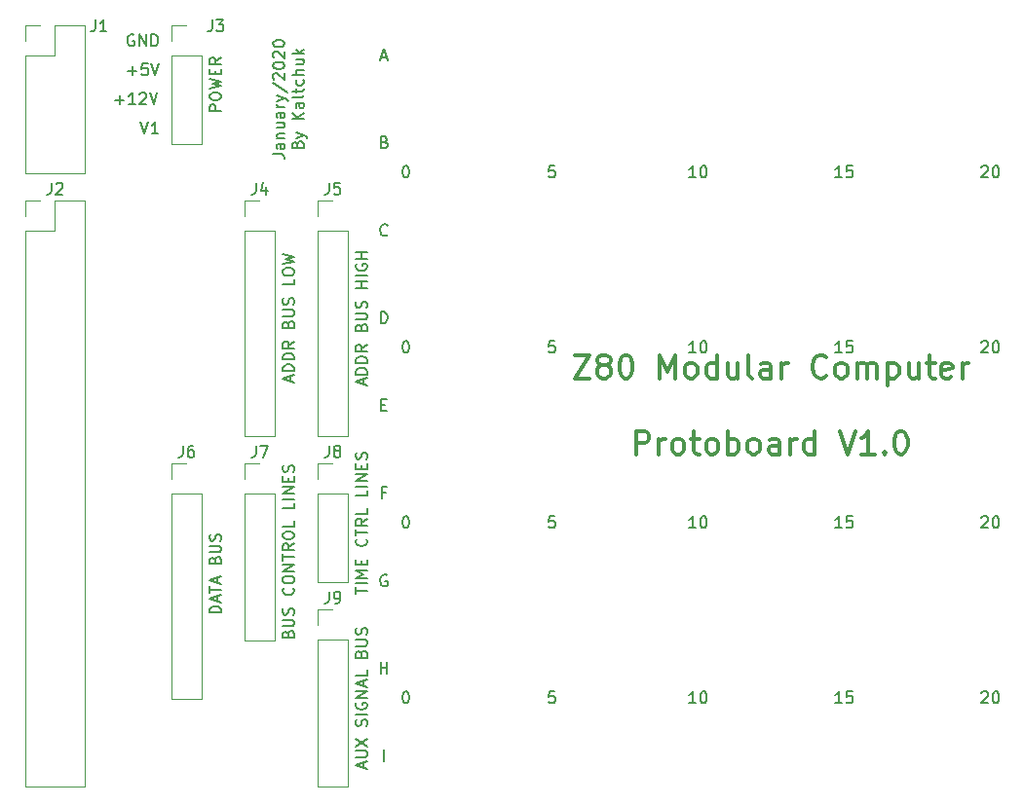
<source format=gbr>
G04 #@! TF.GenerationSoftware,KiCad,Pcbnew,(5.1.4)-1*
G04 #@! TF.CreationDate,2020-01-29T19:18:42+02:00*
G04 #@! TF.ProjectId,Protoboard,50726f74-6f62-46f6-9172-642e6b696361,rev?*
G04 #@! TF.SameCoordinates,Original*
G04 #@! TF.FileFunction,Legend,Top*
G04 #@! TF.FilePolarity,Positive*
%FSLAX46Y46*%
G04 Gerber Fmt 4.6, Leading zero omitted, Abs format (unit mm)*
G04 Created by KiCad (PCBNEW (5.1.4)-1) date 2020-01-29 19:18:42*
%MOMM*%
%LPD*%
G04 APERTURE LIST*
%ADD10C,0.150000*%
%ADD11C,0.300000*%
%ADD12C,0.120000*%
G04 APERTURE END LIST*
D10*
X83010476Y-82002380D02*
X83343809Y-83002380D01*
X83677142Y-82002380D01*
X84534285Y-83002380D02*
X83962857Y-83002380D01*
X84248571Y-83002380D02*
X84248571Y-82002380D01*
X84153333Y-82145238D01*
X84058095Y-82240476D01*
X83962857Y-82288095D01*
X80788095Y-80081428D02*
X81550000Y-80081428D01*
X81169047Y-80462380D02*
X81169047Y-79700476D01*
X82550000Y-80462380D02*
X81978571Y-80462380D01*
X82264285Y-80462380D02*
X82264285Y-79462380D01*
X82169047Y-79605238D01*
X82073809Y-79700476D01*
X81978571Y-79748095D01*
X82930952Y-79557619D02*
X82978571Y-79510000D01*
X83073809Y-79462380D01*
X83311904Y-79462380D01*
X83407142Y-79510000D01*
X83454761Y-79557619D01*
X83502380Y-79652857D01*
X83502380Y-79748095D01*
X83454761Y-79890952D01*
X82883333Y-80462380D01*
X83502380Y-80462380D01*
X83788095Y-79462380D02*
X84121428Y-80462380D01*
X84454761Y-79462380D01*
X81899285Y-77541428D02*
X82661190Y-77541428D01*
X82280238Y-77922380D02*
X82280238Y-77160476D01*
X83613571Y-76922380D02*
X83137380Y-76922380D01*
X83089761Y-77398571D01*
X83137380Y-77350952D01*
X83232619Y-77303333D01*
X83470714Y-77303333D01*
X83565952Y-77350952D01*
X83613571Y-77398571D01*
X83661190Y-77493809D01*
X83661190Y-77731904D01*
X83613571Y-77827142D01*
X83565952Y-77874761D01*
X83470714Y-77922380D01*
X83232619Y-77922380D01*
X83137380Y-77874761D01*
X83089761Y-77827142D01*
X83946904Y-76922380D02*
X84280238Y-77922380D01*
X84613571Y-76922380D01*
X82423095Y-74430000D02*
X82327857Y-74382380D01*
X82185000Y-74382380D01*
X82042142Y-74430000D01*
X81946904Y-74525238D01*
X81899285Y-74620476D01*
X81851666Y-74810952D01*
X81851666Y-74953809D01*
X81899285Y-75144285D01*
X81946904Y-75239523D01*
X82042142Y-75334761D01*
X82185000Y-75382380D01*
X82280238Y-75382380D01*
X82423095Y-75334761D01*
X82470714Y-75287142D01*
X82470714Y-74953809D01*
X82280238Y-74953809D01*
X82899285Y-75382380D02*
X82899285Y-74382380D01*
X83470714Y-75382380D01*
X83470714Y-74382380D01*
X83946904Y-75382380D02*
X83946904Y-74382380D01*
X84185000Y-74382380D01*
X84327857Y-74430000D01*
X84423095Y-74525238D01*
X84470714Y-74620476D01*
X84518333Y-74810952D01*
X84518333Y-74953809D01*
X84470714Y-75144285D01*
X84423095Y-75239523D01*
X84327857Y-75334761D01*
X84185000Y-75382380D01*
X83946904Y-75382380D01*
D11*
X120699761Y-102284761D02*
X122033095Y-102284761D01*
X120699761Y-104284761D01*
X122033095Y-104284761D01*
X123080714Y-103141904D02*
X122890238Y-103046666D01*
X122795000Y-102951428D01*
X122699761Y-102760952D01*
X122699761Y-102665714D01*
X122795000Y-102475238D01*
X122890238Y-102380000D01*
X123080714Y-102284761D01*
X123461666Y-102284761D01*
X123652142Y-102380000D01*
X123747380Y-102475238D01*
X123842619Y-102665714D01*
X123842619Y-102760952D01*
X123747380Y-102951428D01*
X123652142Y-103046666D01*
X123461666Y-103141904D01*
X123080714Y-103141904D01*
X122890238Y-103237142D01*
X122795000Y-103332380D01*
X122699761Y-103522857D01*
X122699761Y-103903809D01*
X122795000Y-104094285D01*
X122890238Y-104189523D01*
X123080714Y-104284761D01*
X123461666Y-104284761D01*
X123652142Y-104189523D01*
X123747380Y-104094285D01*
X123842619Y-103903809D01*
X123842619Y-103522857D01*
X123747380Y-103332380D01*
X123652142Y-103237142D01*
X123461666Y-103141904D01*
X125080714Y-102284761D02*
X125271190Y-102284761D01*
X125461666Y-102380000D01*
X125556904Y-102475238D01*
X125652142Y-102665714D01*
X125747380Y-103046666D01*
X125747380Y-103522857D01*
X125652142Y-103903809D01*
X125556904Y-104094285D01*
X125461666Y-104189523D01*
X125271190Y-104284761D01*
X125080714Y-104284761D01*
X124890238Y-104189523D01*
X124795000Y-104094285D01*
X124699761Y-103903809D01*
X124604523Y-103522857D01*
X124604523Y-103046666D01*
X124699761Y-102665714D01*
X124795000Y-102475238D01*
X124890238Y-102380000D01*
X125080714Y-102284761D01*
X128128333Y-104284761D02*
X128128333Y-102284761D01*
X128794999Y-103713333D01*
X129461666Y-102284761D01*
X129461666Y-104284761D01*
X130699761Y-104284761D02*
X130509285Y-104189523D01*
X130414047Y-104094285D01*
X130318809Y-103903809D01*
X130318809Y-103332380D01*
X130414047Y-103141904D01*
X130509285Y-103046666D01*
X130699761Y-102951428D01*
X130985476Y-102951428D01*
X131175952Y-103046666D01*
X131271190Y-103141904D01*
X131366428Y-103332380D01*
X131366428Y-103903809D01*
X131271190Y-104094285D01*
X131175952Y-104189523D01*
X130985476Y-104284761D01*
X130699761Y-104284761D01*
X133080714Y-104284761D02*
X133080714Y-102284761D01*
X133080714Y-104189523D02*
X132890238Y-104284761D01*
X132509285Y-104284761D01*
X132318809Y-104189523D01*
X132223571Y-104094285D01*
X132128333Y-103903809D01*
X132128333Y-103332380D01*
X132223571Y-103141904D01*
X132318809Y-103046666D01*
X132509285Y-102951428D01*
X132890238Y-102951428D01*
X133080714Y-103046666D01*
X134890238Y-102951428D02*
X134890238Y-104284761D01*
X134033095Y-102951428D02*
X134033095Y-103999047D01*
X134128333Y-104189523D01*
X134318809Y-104284761D01*
X134604523Y-104284761D01*
X134795000Y-104189523D01*
X134890238Y-104094285D01*
X136128333Y-104284761D02*
X135937857Y-104189523D01*
X135842619Y-103999047D01*
X135842619Y-102284761D01*
X137747380Y-104284761D02*
X137747380Y-103237142D01*
X137652142Y-103046666D01*
X137461666Y-102951428D01*
X137080714Y-102951428D01*
X136890238Y-103046666D01*
X137747380Y-104189523D02*
X137556904Y-104284761D01*
X137080714Y-104284761D01*
X136890238Y-104189523D01*
X136795000Y-103999047D01*
X136795000Y-103808571D01*
X136890238Y-103618095D01*
X137080714Y-103522857D01*
X137556904Y-103522857D01*
X137747380Y-103427619D01*
X138699761Y-104284761D02*
X138699761Y-102951428D01*
X138699761Y-103332380D02*
X138795000Y-103141904D01*
X138890238Y-103046666D01*
X139080714Y-102951428D01*
X139271190Y-102951428D01*
X142604523Y-104094285D02*
X142509285Y-104189523D01*
X142223571Y-104284761D01*
X142033095Y-104284761D01*
X141747380Y-104189523D01*
X141556904Y-103999047D01*
X141461666Y-103808571D01*
X141366428Y-103427619D01*
X141366428Y-103141904D01*
X141461666Y-102760952D01*
X141556904Y-102570476D01*
X141747380Y-102380000D01*
X142033095Y-102284761D01*
X142223571Y-102284761D01*
X142509285Y-102380000D01*
X142604523Y-102475238D01*
X143747380Y-104284761D02*
X143556904Y-104189523D01*
X143461666Y-104094285D01*
X143366428Y-103903809D01*
X143366428Y-103332380D01*
X143461666Y-103141904D01*
X143556904Y-103046666D01*
X143747380Y-102951428D01*
X144033095Y-102951428D01*
X144223571Y-103046666D01*
X144318809Y-103141904D01*
X144414047Y-103332380D01*
X144414047Y-103903809D01*
X144318809Y-104094285D01*
X144223571Y-104189523D01*
X144033095Y-104284761D01*
X143747380Y-104284761D01*
X145271190Y-104284761D02*
X145271190Y-102951428D01*
X145271190Y-103141904D02*
X145366428Y-103046666D01*
X145556904Y-102951428D01*
X145842619Y-102951428D01*
X146033095Y-103046666D01*
X146128333Y-103237142D01*
X146128333Y-104284761D01*
X146128333Y-103237142D02*
X146223571Y-103046666D01*
X146414047Y-102951428D01*
X146699761Y-102951428D01*
X146890238Y-103046666D01*
X146985476Y-103237142D01*
X146985476Y-104284761D01*
X147937857Y-102951428D02*
X147937857Y-104951428D01*
X147937857Y-103046666D02*
X148128333Y-102951428D01*
X148509285Y-102951428D01*
X148699761Y-103046666D01*
X148795000Y-103141904D01*
X148890238Y-103332380D01*
X148890238Y-103903809D01*
X148795000Y-104094285D01*
X148699761Y-104189523D01*
X148509285Y-104284761D01*
X148128333Y-104284761D01*
X147937857Y-104189523D01*
X150604523Y-102951428D02*
X150604523Y-104284761D01*
X149747380Y-102951428D02*
X149747380Y-103999047D01*
X149842619Y-104189523D01*
X150033095Y-104284761D01*
X150318809Y-104284761D01*
X150509285Y-104189523D01*
X150604523Y-104094285D01*
X151271190Y-102951428D02*
X152033095Y-102951428D01*
X151556904Y-102284761D02*
X151556904Y-103999047D01*
X151652142Y-104189523D01*
X151842619Y-104284761D01*
X152033095Y-104284761D01*
X153461666Y-104189523D02*
X153271190Y-104284761D01*
X152890238Y-104284761D01*
X152699761Y-104189523D01*
X152604523Y-103999047D01*
X152604523Y-103237142D01*
X152699761Y-103046666D01*
X152890238Y-102951428D01*
X153271190Y-102951428D01*
X153461666Y-103046666D01*
X153556904Y-103237142D01*
X153556904Y-103427619D01*
X152604523Y-103618095D01*
X154414047Y-104284761D02*
X154414047Y-102951428D01*
X154414047Y-103332380D02*
X154509285Y-103141904D01*
X154604523Y-103046666D01*
X154795000Y-102951428D01*
X154985476Y-102951428D01*
X126033095Y-110884761D02*
X126033095Y-108884761D01*
X126795000Y-108884761D01*
X126985476Y-108980000D01*
X127080714Y-109075238D01*
X127175952Y-109265714D01*
X127175952Y-109551428D01*
X127080714Y-109741904D01*
X126985476Y-109837142D01*
X126795000Y-109932380D01*
X126033095Y-109932380D01*
X128033095Y-110884761D02*
X128033095Y-109551428D01*
X128033095Y-109932380D02*
X128128333Y-109741904D01*
X128223571Y-109646666D01*
X128414047Y-109551428D01*
X128604523Y-109551428D01*
X129556904Y-110884761D02*
X129366428Y-110789523D01*
X129271190Y-110694285D01*
X129175952Y-110503809D01*
X129175952Y-109932380D01*
X129271190Y-109741904D01*
X129366428Y-109646666D01*
X129556904Y-109551428D01*
X129842619Y-109551428D01*
X130033095Y-109646666D01*
X130128333Y-109741904D01*
X130223571Y-109932380D01*
X130223571Y-110503809D01*
X130128333Y-110694285D01*
X130033095Y-110789523D01*
X129842619Y-110884761D01*
X129556904Y-110884761D01*
X130795000Y-109551428D02*
X131556904Y-109551428D01*
X131080714Y-108884761D02*
X131080714Y-110599047D01*
X131175952Y-110789523D01*
X131366428Y-110884761D01*
X131556904Y-110884761D01*
X132509285Y-110884761D02*
X132318809Y-110789523D01*
X132223571Y-110694285D01*
X132128333Y-110503809D01*
X132128333Y-109932380D01*
X132223571Y-109741904D01*
X132318809Y-109646666D01*
X132509285Y-109551428D01*
X132795000Y-109551428D01*
X132985476Y-109646666D01*
X133080714Y-109741904D01*
X133175952Y-109932380D01*
X133175952Y-110503809D01*
X133080714Y-110694285D01*
X132985476Y-110789523D01*
X132795000Y-110884761D01*
X132509285Y-110884761D01*
X134033095Y-110884761D02*
X134033095Y-108884761D01*
X134033095Y-109646666D02*
X134223571Y-109551428D01*
X134604523Y-109551428D01*
X134795000Y-109646666D01*
X134890238Y-109741904D01*
X134985476Y-109932380D01*
X134985476Y-110503809D01*
X134890238Y-110694285D01*
X134795000Y-110789523D01*
X134604523Y-110884761D01*
X134223571Y-110884761D01*
X134033095Y-110789523D01*
X136128333Y-110884761D02*
X135937857Y-110789523D01*
X135842619Y-110694285D01*
X135747380Y-110503809D01*
X135747380Y-109932380D01*
X135842619Y-109741904D01*
X135937857Y-109646666D01*
X136128333Y-109551428D01*
X136414047Y-109551428D01*
X136604523Y-109646666D01*
X136699761Y-109741904D01*
X136795000Y-109932380D01*
X136795000Y-110503809D01*
X136699761Y-110694285D01*
X136604523Y-110789523D01*
X136414047Y-110884761D01*
X136128333Y-110884761D01*
X138509285Y-110884761D02*
X138509285Y-109837142D01*
X138414047Y-109646666D01*
X138223571Y-109551428D01*
X137842619Y-109551428D01*
X137652142Y-109646666D01*
X138509285Y-110789523D02*
X138318809Y-110884761D01*
X137842619Y-110884761D01*
X137652142Y-110789523D01*
X137556904Y-110599047D01*
X137556904Y-110408571D01*
X137652142Y-110218095D01*
X137842619Y-110122857D01*
X138318809Y-110122857D01*
X138509285Y-110027619D01*
X139461666Y-110884761D02*
X139461666Y-109551428D01*
X139461666Y-109932380D02*
X139556904Y-109741904D01*
X139652142Y-109646666D01*
X139842619Y-109551428D01*
X140033095Y-109551428D01*
X141556904Y-110884761D02*
X141556904Y-108884761D01*
X141556904Y-110789523D02*
X141366428Y-110884761D01*
X140985476Y-110884761D01*
X140795000Y-110789523D01*
X140699761Y-110694285D01*
X140604523Y-110503809D01*
X140604523Y-109932380D01*
X140699761Y-109741904D01*
X140795000Y-109646666D01*
X140985476Y-109551428D01*
X141366428Y-109551428D01*
X141556904Y-109646666D01*
X143747380Y-108884761D02*
X144414047Y-110884761D01*
X145080714Y-108884761D01*
X146795000Y-110884761D02*
X145652142Y-110884761D01*
X146223571Y-110884761D02*
X146223571Y-108884761D01*
X146033095Y-109170476D01*
X145842619Y-109360952D01*
X145652142Y-109456190D01*
X147652142Y-110694285D02*
X147747380Y-110789523D01*
X147652142Y-110884761D01*
X147556904Y-110789523D01*
X147652142Y-110694285D01*
X147652142Y-110884761D01*
X148985476Y-108884761D02*
X149175952Y-108884761D01*
X149366428Y-108980000D01*
X149461666Y-109075238D01*
X149556904Y-109265714D01*
X149652142Y-109646666D01*
X149652142Y-110122857D01*
X149556904Y-110503809D01*
X149461666Y-110694285D01*
X149366428Y-110789523D01*
X149175952Y-110884761D01*
X148985476Y-110884761D01*
X148795000Y-110789523D01*
X148699761Y-110694285D01*
X148604523Y-110503809D01*
X148509285Y-110122857D01*
X148509285Y-109646666D01*
X148604523Y-109265714D01*
X148699761Y-109075238D01*
X148795000Y-108980000D01*
X148985476Y-108884761D01*
D10*
X94512380Y-84795714D02*
X95226666Y-84795714D01*
X95369523Y-84843333D01*
X95464761Y-84938571D01*
X95512380Y-85081428D01*
X95512380Y-85176666D01*
X95512380Y-83890952D02*
X94988571Y-83890952D01*
X94893333Y-83938571D01*
X94845714Y-84033809D01*
X94845714Y-84224285D01*
X94893333Y-84319523D01*
X95464761Y-83890952D02*
X95512380Y-83986190D01*
X95512380Y-84224285D01*
X95464761Y-84319523D01*
X95369523Y-84367142D01*
X95274285Y-84367142D01*
X95179047Y-84319523D01*
X95131428Y-84224285D01*
X95131428Y-83986190D01*
X95083809Y-83890952D01*
X94845714Y-83414761D02*
X95512380Y-83414761D01*
X94940952Y-83414761D02*
X94893333Y-83367142D01*
X94845714Y-83271904D01*
X94845714Y-83129047D01*
X94893333Y-83033809D01*
X94988571Y-82986190D01*
X95512380Y-82986190D01*
X94845714Y-82081428D02*
X95512380Y-82081428D01*
X94845714Y-82510000D02*
X95369523Y-82510000D01*
X95464761Y-82462380D01*
X95512380Y-82367142D01*
X95512380Y-82224285D01*
X95464761Y-82129047D01*
X95417142Y-82081428D01*
X95512380Y-81176666D02*
X94988571Y-81176666D01*
X94893333Y-81224285D01*
X94845714Y-81319523D01*
X94845714Y-81510000D01*
X94893333Y-81605238D01*
X95464761Y-81176666D02*
X95512380Y-81271904D01*
X95512380Y-81510000D01*
X95464761Y-81605238D01*
X95369523Y-81652857D01*
X95274285Y-81652857D01*
X95179047Y-81605238D01*
X95131428Y-81510000D01*
X95131428Y-81271904D01*
X95083809Y-81176666D01*
X95512380Y-80700476D02*
X94845714Y-80700476D01*
X95036190Y-80700476D02*
X94940952Y-80652857D01*
X94893333Y-80605238D01*
X94845714Y-80510000D01*
X94845714Y-80414761D01*
X94845714Y-80176666D02*
X95512380Y-79938571D01*
X94845714Y-79700476D02*
X95512380Y-79938571D01*
X95750476Y-80033809D01*
X95798095Y-80081428D01*
X95845714Y-80176666D01*
X94464761Y-78605238D02*
X95750476Y-79462380D01*
X94607619Y-78319523D02*
X94560000Y-78271904D01*
X94512380Y-78176666D01*
X94512380Y-77938571D01*
X94560000Y-77843333D01*
X94607619Y-77795714D01*
X94702857Y-77748095D01*
X94798095Y-77748095D01*
X94940952Y-77795714D01*
X95512380Y-78367142D01*
X95512380Y-77748095D01*
X94512380Y-77129047D02*
X94512380Y-77033809D01*
X94560000Y-76938571D01*
X94607619Y-76890952D01*
X94702857Y-76843333D01*
X94893333Y-76795714D01*
X95131428Y-76795714D01*
X95321904Y-76843333D01*
X95417142Y-76890952D01*
X95464761Y-76938571D01*
X95512380Y-77033809D01*
X95512380Y-77129047D01*
X95464761Y-77224285D01*
X95417142Y-77271904D01*
X95321904Y-77319523D01*
X95131428Y-77367142D01*
X94893333Y-77367142D01*
X94702857Y-77319523D01*
X94607619Y-77271904D01*
X94560000Y-77224285D01*
X94512380Y-77129047D01*
X94607619Y-76414761D02*
X94560000Y-76367142D01*
X94512380Y-76271904D01*
X94512380Y-76033809D01*
X94560000Y-75938571D01*
X94607619Y-75890952D01*
X94702857Y-75843333D01*
X94798095Y-75843333D01*
X94940952Y-75890952D01*
X95512380Y-76462380D01*
X95512380Y-75843333D01*
X94512380Y-75224285D02*
X94512380Y-75129047D01*
X94560000Y-75033809D01*
X94607619Y-74986190D01*
X94702857Y-74938571D01*
X94893333Y-74890952D01*
X95131428Y-74890952D01*
X95321904Y-74938571D01*
X95417142Y-74986190D01*
X95464761Y-75033809D01*
X95512380Y-75129047D01*
X95512380Y-75224285D01*
X95464761Y-75319523D01*
X95417142Y-75367142D01*
X95321904Y-75414761D01*
X95131428Y-75462380D01*
X94893333Y-75462380D01*
X94702857Y-75414761D01*
X94607619Y-75367142D01*
X94560000Y-75319523D01*
X94512380Y-75224285D01*
X96638571Y-83938571D02*
X96686190Y-83795714D01*
X96733809Y-83748095D01*
X96829047Y-83700476D01*
X96971904Y-83700476D01*
X97067142Y-83748095D01*
X97114761Y-83795714D01*
X97162380Y-83890952D01*
X97162380Y-84271904D01*
X96162380Y-84271904D01*
X96162380Y-83938571D01*
X96210000Y-83843333D01*
X96257619Y-83795714D01*
X96352857Y-83748095D01*
X96448095Y-83748095D01*
X96543333Y-83795714D01*
X96590952Y-83843333D01*
X96638571Y-83938571D01*
X96638571Y-84271904D01*
X96495714Y-83367142D02*
X97162380Y-83129047D01*
X96495714Y-82890952D02*
X97162380Y-83129047D01*
X97400476Y-83224285D01*
X97448095Y-83271904D01*
X97495714Y-83367142D01*
X97162380Y-81748095D02*
X96162380Y-81748095D01*
X97162380Y-81176666D02*
X96590952Y-81605238D01*
X96162380Y-81176666D02*
X96733809Y-81748095D01*
X97162380Y-80319523D02*
X96638571Y-80319523D01*
X96543333Y-80367142D01*
X96495714Y-80462380D01*
X96495714Y-80652857D01*
X96543333Y-80748095D01*
X97114761Y-80319523D02*
X97162380Y-80414761D01*
X97162380Y-80652857D01*
X97114761Y-80748095D01*
X97019523Y-80795714D01*
X96924285Y-80795714D01*
X96829047Y-80748095D01*
X96781428Y-80652857D01*
X96781428Y-80414761D01*
X96733809Y-80319523D01*
X97162380Y-79700476D02*
X97114761Y-79795714D01*
X97019523Y-79843333D01*
X96162380Y-79843333D01*
X96495714Y-79462380D02*
X96495714Y-79081428D01*
X96162380Y-79319523D02*
X97019523Y-79319523D01*
X97114761Y-79271904D01*
X97162380Y-79176666D01*
X97162380Y-79081428D01*
X97114761Y-78319523D02*
X97162380Y-78414761D01*
X97162380Y-78605238D01*
X97114761Y-78700476D01*
X97067142Y-78748095D01*
X96971904Y-78795714D01*
X96686190Y-78795714D01*
X96590952Y-78748095D01*
X96543333Y-78700476D01*
X96495714Y-78605238D01*
X96495714Y-78414761D01*
X96543333Y-78319523D01*
X97162380Y-77890952D02*
X96162380Y-77890952D01*
X97162380Y-77462380D02*
X96638571Y-77462380D01*
X96543333Y-77510000D01*
X96495714Y-77605238D01*
X96495714Y-77748095D01*
X96543333Y-77843333D01*
X96590952Y-77890952D01*
X96495714Y-76557619D02*
X97162380Y-76557619D01*
X96495714Y-76986190D02*
X97019523Y-76986190D01*
X97114761Y-76938571D01*
X97162380Y-76843333D01*
X97162380Y-76700476D01*
X97114761Y-76605238D01*
X97067142Y-76557619D01*
X97162380Y-76081428D02*
X96162380Y-76081428D01*
X96781428Y-75986190D02*
X97162380Y-75700476D01*
X96495714Y-75700476D02*
X96876666Y-76081428D01*
X156083095Y-85907619D02*
X156130714Y-85860000D01*
X156225952Y-85812380D01*
X156464047Y-85812380D01*
X156559285Y-85860000D01*
X156606904Y-85907619D01*
X156654523Y-86002857D01*
X156654523Y-86098095D01*
X156606904Y-86240952D01*
X156035476Y-86812380D01*
X156654523Y-86812380D01*
X157273571Y-85812380D02*
X157368809Y-85812380D01*
X157464047Y-85860000D01*
X157511666Y-85907619D01*
X157559285Y-86002857D01*
X157606904Y-86193333D01*
X157606904Y-86431428D01*
X157559285Y-86621904D01*
X157511666Y-86717142D01*
X157464047Y-86764761D01*
X157368809Y-86812380D01*
X157273571Y-86812380D01*
X157178333Y-86764761D01*
X157130714Y-86717142D01*
X157083095Y-86621904D01*
X157035476Y-86431428D01*
X157035476Y-86193333D01*
X157083095Y-86002857D01*
X157130714Y-85907619D01*
X157178333Y-85860000D01*
X157273571Y-85812380D01*
X143954523Y-86812380D02*
X143383095Y-86812380D01*
X143668809Y-86812380D02*
X143668809Y-85812380D01*
X143573571Y-85955238D01*
X143478333Y-86050476D01*
X143383095Y-86098095D01*
X144859285Y-85812380D02*
X144383095Y-85812380D01*
X144335476Y-86288571D01*
X144383095Y-86240952D01*
X144478333Y-86193333D01*
X144716428Y-86193333D01*
X144811666Y-86240952D01*
X144859285Y-86288571D01*
X144906904Y-86383809D01*
X144906904Y-86621904D01*
X144859285Y-86717142D01*
X144811666Y-86764761D01*
X144716428Y-86812380D01*
X144478333Y-86812380D01*
X144383095Y-86764761D01*
X144335476Y-86717142D01*
X131254523Y-86812380D02*
X130683095Y-86812380D01*
X130968809Y-86812380D02*
X130968809Y-85812380D01*
X130873571Y-85955238D01*
X130778333Y-86050476D01*
X130683095Y-86098095D01*
X131873571Y-85812380D02*
X131968809Y-85812380D01*
X132064047Y-85860000D01*
X132111666Y-85907619D01*
X132159285Y-86002857D01*
X132206904Y-86193333D01*
X132206904Y-86431428D01*
X132159285Y-86621904D01*
X132111666Y-86717142D01*
X132064047Y-86764761D01*
X131968809Y-86812380D01*
X131873571Y-86812380D01*
X131778333Y-86764761D01*
X131730714Y-86717142D01*
X131683095Y-86621904D01*
X131635476Y-86431428D01*
X131635476Y-86193333D01*
X131683095Y-86002857D01*
X131730714Y-85907619D01*
X131778333Y-85860000D01*
X131873571Y-85812380D01*
X118983095Y-85812380D02*
X118506904Y-85812380D01*
X118459285Y-86288571D01*
X118506904Y-86240952D01*
X118602142Y-86193333D01*
X118840238Y-86193333D01*
X118935476Y-86240952D01*
X118983095Y-86288571D01*
X119030714Y-86383809D01*
X119030714Y-86621904D01*
X118983095Y-86717142D01*
X118935476Y-86764761D01*
X118840238Y-86812380D01*
X118602142Y-86812380D01*
X118506904Y-86764761D01*
X118459285Y-86717142D01*
X105997380Y-85812380D02*
X106092619Y-85812380D01*
X106187857Y-85860000D01*
X106235476Y-85907619D01*
X106283095Y-86002857D01*
X106330714Y-86193333D01*
X106330714Y-86431428D01*
X106283095Y-86621904D01*
X106235476Y-86717142D01*
X106187857Y-86764761D01*
X106092619Y-86812380D01*
X105997380Y-86812380D01*
X105902142Y-86764761D01*
X105854523Y-86717142D01*
X105806904Y-86621904D01*
X105759285Y-86431428D01*
X105759285Y-86193333D01*
X105806904Y-86002857D01*
X105854523Y-85907619D01*
X105902142Y-85860000D01*
X105997380Y-85812380D01*
X156083095Y-101147619D02*
X156130714Y-101100000D01*
X156225952Y-101052380D01*
X156464047Y-101052380D01*
X156559285Y-101100000D01*
X156606904Y-101147619D01*
X156654523Y-101242857D01*
X156654523Y-101338095D01*
X156606904Y-101480952D01*
X156035476Y-102052380D01*
X156654523Y-102052380D01*
X157273571Y-101052380D02*
X157368809Y-101052380D01*
X157464047Y-101100000D01*
X157511666Y-101147619D01*
X157559285Y-101242857D01*
X157606904Y-101433333D01*
X157606904Y-101671428D01*
X157559285Y-101861904D01*
X157511666Y-101957142D01*
X157464047Y-102004761D01*
X157368809Y-102052380D01*
X157273571Y-102052380D01*
X157178333Y-102004761D01*
X157130714Y-101957142D01*
X157083095Y-101861904D01*
X157035476Y-101671428D01*
X157035476Y-101433333D01*
X157083095Y-101242857D01*
X157130714Y-101147619D01*
X157178333Y-101100000D01*
X157273571Y-101052380D01*
X143954523Y-102052380D02*
X143383095Y-102052380D01*
X143668809Y-102052380D02*
X143668809Y-101052380D01*
X143573571Y-101195238D01*
X143478333Y-101290476D01*
X143383095Y-101338095D01*
X144859285Y-101052380D02*
X144383095Y-101052380D01*
X144335476Y-101528571D01*
X144383095Y-101480952D01*
X144478333Y-101433333D01*
X144716428Y-101433333D01*
X144811666Y-101480952D01*
X144859285Y-101528571D01*
X144906904Y-101623809D01*
X144906904Y-101861904D01*
X144859285Y-101957142D01*
X144811666Y-102004761D01*
X144716428Y-102052380D01*
X144478333Y-102052380D01*
X144383095Y-102004761D01*
X144335476Y-101957142D01*
X131254523Y-102052380D02*
X130683095Y-102052380D01*
X130968809Y-102052380D02*
X130968809Y-101052380D01*
X130873571Y-101195238D01*
X130778333Y-101290476D01*
X130683095Y-101338095D01*
X131873571Y-101052380D02*
X131968809Y-101052380D01*
X132064047Y-101100000D01*
X132111666Y-101147619D01*
X132159285Y-101242857D01*
X132206904Y-101433333D01*
X132206904Y-101671428D01*
X132159285Y-101861904D01*
X132111666Y-101957142D01*
X132064047Y-102004761D01*
X131968809Y-102052380D01*
X131873571Y-102052380D01*
X131778333Y-102004761D01*
X131730714Y-101957142D01*
X131683095Y-101861904D01*
X131635476Y-101671428D01*
X131635476Y-101433333D01*
X131683095Y-101242857D01*
X131730714Y-101147619D01*
X131778333Y-101100000D01*
X131873571Y-101052380D01*
X118983095Y-101052380D02*
X118506904Y-101052380D01*
X118459285Y-101528571D01*
X118506904Y-101480952D01*
X118602142Y-101433333D01*
X118840238Y-101433333D01*
X118935476Y-101480952D01*
X118983095Y-101528571D01*
X119030714Y-101623809D01*
X119030714Y-101861904D01*
X118983095Y-101957142D01*
X118935476Y-102004761D01*
X118840238Y-102052380D01*
X118602142Y-102052380D01*
X118506904Y-102004761D01*
X118459285Y-101957142D01*
X105997380Y-101052380D02*
X106092619Y-101052380D01*
X106187857Y-101100000D01*
X106235476Y-101147619D01*
X106283095Y-101242857D01*
X106330714Y-101433333D01*
X106330714Y-101671428D01*
X106283095Y-101861904D01*
X106235476Y-101957142D01*
X106187857Y-102004761D01*
X106092619Y-102052380D01*
X105997380Y-102052380D01*
X105902142Y-102004761D01*
X105854523Y-101957142D01*
X105806904Y-101861904D01*
X105759285Y-101671428D01*
X105759285Y-101433333D01*
X105806904Y-101242857D01*
X105854523Y-101147619D01*
X105902142Y-101100000D01*
X105997380Y-101052380D01*
X156083095Y-116387619D02*
X156130714Y-116340000D01*
X156225952Y-116292380D01*
X156464047Y-116292380D01*
X156559285Y-116340000D01*
X156606904Y-116387619D01*
X156654523Y-116482857D01*
X156654523Y-116578095D01*
X156606904Y-116720952D01*
X156035476Y-117292380D01*
X156654523Y-117292380D01*
X157273571Y-116292380D02*
X157368809Y-116292380D01*
X157464047Y-116340000D01*
X157511666Y-116387619D01*
X157559285Y-116482857D01*
X157606904Y-116673333D01*
X157606904Y-116911428D01*
X157559285Y-117101904D01*
X157511666Y-117197142D01*
X157464047Y-117244761D01*
X157368809Y-117292380D01*
X157273571Y-117292380D01*
X157178333Y-117244761D01*
X157130714Y-117197142D01*
X157083095Y-117101904D01*
X157035476Y-116911428D01*
X157035476Y-116673333D01*
X157083095Y-116482857D01*
X157130714Y-116387619D01*
X157178333Y-116340000D01*
X157273571Y-116292380D01*
X143954523Y-117292380D02*
X143383095Y-117292380D01*
X143668809Y-117292380D02*
X143668809Y-116292380D01*
X143573571Y-116435238D01*
X143478333Y-116530476D01*
X143383095Y-116578095D01*
X144859285Y-116292380D02*
X144383095Y-116292380D01*
X144335476Y-116768571D01*
X144383095Y-116720952D01*
X144478333Y-116673333D01*
X144716428Y-116673333D01*
X144811666Y-116720952D01*
X144859285Y-116768571D01*
X144906904Y-116863809D01*
X144906904Y-117101904D01*
X144859285Y-117197142D01*
X144811666Y-117244761D01*
X144716428Y-117292380D01*
X144478333Y-117292380D01*
X144383095Y-117244761D01*
X144335476Y-117197142D01*
X131254523Y-117292380D02*
X130683095Y-117292380D01*
X130968809Y-117292380D02*
X130968809Y-116292380D01*
X130873571Y-116435238D01*
X130778333Y-116530476D01*
X130683095Y-116578095D01*
X131873571Y-116292380D02*
X131968809Y-116292380D01*
X132064047Y-116340000D01*
X132111666Y-116387619D01*
X132159285Y-116482857D01*
X132206904Y-116673333D01*
X132206904Y-116911428D01*
X132159285Y-117101904D01*
X132111666Y-117197142D01*
X132064047Y-117244761D01*
X131968809Y-117292380D01*
X131873571Y-117292380D01*
X131778333Y-117244761D01*
X131730714Y-117197142D01*
X131683095Y-117101904D01*
X131635476Y-116911428D01*
X131635476Y-116673333D01*
X131683095Y-116482857D01*
X131730714Y-116387619D01*
X131778333Y-116340000D01*
X131873571Y-116292380D01*
X118983095Y-116292380D02*
X118506904Y-116292380D01*
X118459285Y-116768571D01*
X118506904Y-116720952D01*
X118602142Y-116673333D01*
X118840238Y-116673333D01*
X118935476Y-116720952D01*
X118983095Y-116768571D01*
X119030714Y-116863809D01*
X119030714Y-117101904D01*
X118983095Y-117197142D01*
X118935476Y-117244761D01*
X118840238Y-117292380D01*
X118602142Y-117292380D01*
X118506904Y-117244761D01*
X118459285Y-117197142D01*
X105997380Y-116292380D02*
X106092619Y-116292380D01*
X106187857Y-116340000D01*
X106235476Y-116387619D01*
X106283095Y-116482857D01*
X106330714Y-116673333D01*
X106330714Y-116911428D01*
X106283095Y-117101904D01*
X106235476Y-117197142D01*
X106187857Y-117244761D01*
X106092619Y-117292380D01*
X105997380Y-117292380D01*
X105902142Y-117244761D01*
X105854523Y-117197142D01*
X105806904Y-117101904D01*
X105759285Y-116911428D01*
X105759285Y-116673333D01*
X105806904Y-116482857D01*
X105854523Y-116387619D01*
X105902142Y-116340000D01*
X105997380Y-116292380D01*
X156083095Y-131627619D02*
X156130714Y-131580000D01*
X156225952Y-131532380D01*
X156464047Y-131532380D01*
X156559285Y-131580000D01*
X156606904Y-131627619D01*
X156654523Y-131722857D01*
X156654523Y-131818095D01*
X156606904Y-131960952D01*
X156035476Y-132532380D01*
X156654523Y-132532380D01*
X157273571Y-131532380D02*
X157368809Y-131532380D01*
X157464047Y-131580000D01*
X157511666Y-131627619D01*
X157559285Y-131722857D01*
X157606904Y-131913333D01*
X157606904Y-132151428D01*
X157559285Y-132341904D01*
X157511666Y-132437142D01*
X157464047Y-132484761D01*
X157368809Y-132532380D01*
X157273571Y-132532380D01*
X157178333Y-132484761D01*
X157130714Y-132437142D01*
X157083095Y-132341904D01*
X157035476Y-132151428D01*
X157035476Y-131913333D01*
X157083095Y-131722857D01*
X157130714Y-131627619D01*
X157178333Y-131580000D01*
X157273571Y-131532380D01*
X143954523Y-132532380D02*
X143383095Y-132532380D01*
X143668809Y-132532380D02*
X143668809Y-131532380D01*
X143573571Y-131675238D01*
X143478333Y-131770476D01*
X143383095Y-131818095D01*
X144859285Y-131532380D02*
X144383095Y-131532380D01*
X144335476Y-132008571D01*
X144383095Y-131960952D01*
X144478333Y-131913333D01*
X144716428Y-131913333D01*
X144811666Y-131960952D01*
X144859285Y-132008571D01*
X144906904Y-132103809D01*
X144906904Y-132341904D01*
X144859285Y-132437142D01*
X144811666Y-132484761D01*
X144716428Y-132532380D01*
X144478333Y-132532380D01*
X144383095Y-132484761D01*
X144335476Y-132437142D01*
X131254523Y-132532380D02*
X130683095Y-132532380D01*
X130968809Y-132532380D02*
X130968809Y-131532380D01*
X130873571Y-131675238D01*
X130778333Y-131770476D01*
X130683095Y-131818095D01*
X131873571Y-131532380D02*
X131968809Y-131532380D01*
X132064047Y-131580000D01*
X132111666Y-131627619D01*
X132159285Y-131722857D01*
X132206904Y-131913333D01*
X132206904Y-132151428D01*
X132159285Y-132341904D01*
X132111666Y-132437142D01*
X132064047Y-132484761D01*
X131968809Y-132532380D01*
X131873571Y-132532380D01*
X131778333Y-132484761D01*
X131730714Y-132437142D01*
X131683095Y-132341904D01*
X131635476Y-132151428D01*
X131635476Y-131913333D01*
X131683095Y-131722857D01*
X131730714Y-131627619D01*
X131778333Y-131580000D01*
X131873571Y-131532380D01*
X118983095Y-131532380D02*
X118506904Y-131532380D01*
X118459285Y-132008571D01*
X118506904Y-131960952D01*
X118602142Y-131913333D01*
X118840238Y-131913333D01*
X118935476Y-131960952D01*
X118983095Y-132008571D01*
X119030714Y-132103809D01*
X119030714Y-132341904D01*
X118983095Y-132437142D01*
X118935476Y-132484761D01*
X118840238Y-132532380D01*
X118602142Y-132532380D01*
X118506904Y-132484761D01*
X118459285Y-132437142D01*
X105997380Y-131532380D02*
X106092619Y-131532380D01*
X106187857Y-131580000D01*
X106235476Y-131627619D01*
X106283095Y-131722857D01*
X106330714Y-131913333D01*
X106330714Y-132151428D01*
X106283095Y-132341904D01*
X106235476Y-132437142D01*
X106187857Y-132484761D01*
X106092619Y-132532380D01*
X105997380Y-132532380D01*
X105902142Y-132484761D01*
X105854523Y-132437142D01*
X105806904Y-132341904D01*
X105759285Y-132151428D01*
X105759285Y-131913333D01*
X105806904Y-131722857D01*
X105854523Y-131627619D01*
X105902142Y-131580000D01*
X105997380Y-131532380D01*
X104140000Y-137612380D02*
X104140000Y-136612380D01*
X103854285Y-129992380D02*
X103854285Y-128992380D01*
X103854285Y-129468571D02*
X104425714Y-129468571D01*
X104425714Y-129992380D02*
X104425714Y-128992380D01*
X104401904Y-121420000D02*
X104306666Y-121372380D01*
X104163809Y-121372380D01*
X104020952Y-121420000D01*
X103925714Y-121515238D01*
X103878095Y-121610476D01*
X103830476Y-121800952D01*
X103830476Y-121943809D01*
X103878095Y-122134285D01*
X103925714Y-122229523D01*
X104020952Y-122324761D01*
X104163809Y-122372380D01*
X104259047Y-122372380D01*
X104401904Y-122324761D01*
X104449523Y-122277142D01*
X104449523Y-121943809D01*
X104259047Y-121943809D01*
X104282857Y-114228571D02*
X103949523Y-114228571D01*
X103949523Y-114752380D02*
X103949523Y-113752380D01*
X104425714Y-113752380D01*
X103925714Y-106608571D02*
X104259047Y-106608571D01*
X104401904Y-107132380D02*
X103925714Y-107132380D01*
X103925714Y-106132380D01*
X104401904Y-106132380D01*
X103878095Y-99512380D02*
X103878095Y-98512380D01*
X104116190Y-98512380D01*
X104259047Y-98560000D01*
X104354285Y-98655238D01*
X104401904Y-98750476D01*
X104449523Y-98940952D01*
X104449523Y-99083809D01*
X104401904Y-99274285D01*
X104354285Y-99369523D01*
X104259047Y-99464761D01*
X104116190Y-99512380D01*
X103878095Y-99512380D01*
X104449523Y-91797142D02*
X104401904Y-91844761D01*
X104259047Y-91892380D01*
X104163809Y-91892380D01*
X104020952Y-91844761D01*
X103925714Y-91749523D01*
X103878095Y-91654285D01*
X103830476Y-91463809D01*
X103830476Y-91320952D01*
X103878095Y-91130476D01*
X103925714Y-91035238D01*
X104020952Y-90940000D01*
X104163809Y-90892380D01*
X104259047Y-90892380D01*
X104401904Y-90940000D01*
X104449523Y-90987619D01*
X104211428Y-83748571D02*
X104354285Y-83796190D01*
X104401904Y-83843809D01*
X104449523Y-83939047D01*
X104449523Y-84081904D01*
X104401904Y-84177142D01*
X104354285Y-84224761D01*
X104259047Y-84272380D01*
X103878095Y-84272380D01*
X103878095Y-83272380D01*
X104211428Y-83272380D01*
X104306666Y-83320000D01*
X104354285Y-83367619D01*
X104401904Y-83462857D01*
X104401904Y-83558095D01*
X104354285Y-83653333D01*
X104306666Y-83700952D01*
X104211428Y-83748571D01*
X103878095Y-83748571D01*
X103901904Y-76366666D02*
X104378095Y-76366666D01*
X103806666Y-76652380D02*
X104140000Y-75652380D01*
X104473333Y-76652380D01*
X102401666Y-138151428D02*
X102401666Y-137675238D01*
X102687380Y-138246666D02*
X101687380Y-137913333D01*
X102687380Y-137580000D01*
X101687380Y-137246666D02*
X102496904Y-137246666D01*
X102592142Y-137199047D01*
X102639761Y-137151428D01*
X102687380Y-137056190D01*
X102687380Y-136865714D01*
X102639761Y-136770476D01*
X102592142Y-136722857D01*
X102496904Y-136675238D01*
X101687380Y-136675238D01*
X101687380Y-136294285D02*
X102687380Y-135627619D01*
X101687380Y-135627619D02*
X102687380Y-136294285D01*
X102639761Y-134532380D02*
X102687380Y-134389523D01*
X102687380Y-134151428D01*
X102639761Y-134056190D01*
X102592142Y-134008571D01*
X102496904Y-133960952D01*
X102401666Y-133960952D01*
X102306428Y-134008571D01*
X102258809Y-134056190D01*
X102211190Y-134151428D01*
X102163571Y-134341904D01*
X102115952Y-134437142D01*
X102068333Y-134484761D01*
X101973095Y-134532380D01*
X101877857Y-134532380D01*
X101782619Y-134484761D01*
X101735000Y-134437142D01*
X101687380Y-134341904D01*
X101687380Y-134103809D01*
X101735000Y-133960952D01*
X102687380Y-133532380D02*
X101687380Y-133532380D01*
X101735000Y-132532380D02*
X101687380Y-132627619D01*
X101687380Y-132770476D01*
X101735000Y-132913333D01*
X101830238Y-133008571D01*
X101925476Y-133056190D01*
X102115952Y-133103809D01*
X102258809Y-133103809D01*
X102449285Y-133056190D01*
X102544523Y-133008571D01*
X102639761Y-132913333D01*
X102687380Y-132770476D01*
X102687380Y-132675238D01*
X102639761Y-132532380D01*
X102592142Y-132484761D01*
X102258809Y-132484761D01*
X102258809Y-132675238D01*
X102687380Y-132056190D02*
X101687380Y-132056190D01*
X102687380Y-131484761D01*
X101687380Y-131484761D01*
X102401666Y-131056190D02*
X102401666Y-130580000D01*
X102687380Y-131151428D02*
X101687380Y-130818095D01*
X102687380Y-130484761D01*
X102687380Y-129675238D02*
X102687380Y-130151428D01*
X101687380Y-130151428D01*
X102163571Y-128246666D02*
X102211190Y-128103809D01*
X102258809Y-128056190D01*
X102354047Y-128008571D01*
X102496904Y-128008571D01*
X102592142Y-128056190D01*
X102639761Y-128103809D01*
X102687380Y-128199047D01*
X102687380Y-128580000D01*
X101687380Y-128580000D01*
X101687380Y-128246666D01*
X101735000Y-128151428D01*
X101782619Y-128103809D01*
X101877857Y-128056190D01*
X101973095Y-128056190D01*
X102068333Y-128103809D01*
X102115952Y-128151428D01*
X102163571Y-128246666D01*
X102163571Y-128580000D01*
X101687380Y-127580000D02*
X102496904Y-127580000D01*
X102592142Y-127532380D01*
X102639761Y-127484761D01*
X102687380Y-127389523D01*
X102687380Y-127199047D01*
X102639761Y-127103809D01*
X102592142Y-127056190D01*
X102496904Y-127008571D01*
X101687380Y-127008571D01*
X102639761Y-126580000D02*
X102687380Y-126437142D01*
X102687380Y-126199047D01*
X102639761Y-126103809D01*
X102592142Y-126056190D01*
X102496904Y-126008571D01*
X102401666Y-126008571D01*
X102306428Y-126056190D01*
X102258809Y-126103809D01*
X102211190Y-126199047D01*
X102163571Y-126389523D01*
X102115952Y-126484761D01*
X102068333Y-126532380D01*
X101973095Y-126580000D01*
X101877857Y-126580000D01*
X101782619Y-126532380D01*
X101735000Y-126484761D01*
X101687380Y-126389523D01*
X101687380Y-126151428D01*
X101735000Y-126008571D01*
X101687380Y-123030476D02*
X101687380Y-122459047D01*
X102687380Y-122744761D02*
X101687380Y-122744761D01*
X102687380Y-122125714D02*
X101687380Y-122125714D01*
X102687380Y-121649523D02*
X101687380Y-121649523D01*
X102401666Y-121316190D01*
X101687380Y-120982857D01*
X102687380Y-120982857D01*
X102163571Y-120506666D02*
X102163571Y-120173333D01*
X102687380Y-120030476D02*
X102687380Y-120506666D01*
X101687380Y-120506666D01*
X101687380Y-120030476D01*
X102592142Y-118268571D02*
X102639761Y-118316190D01*
X102687380Y-118459047D01*
X102687380Y-118554285D01*
X102639761Y-118697142D01*
X102544523Y-118792380D01*
X102449285Y-118840000D01*
X102258809Y-118887619D01*
X102115952Y-118887619D01*
X101925476Y-118840000D01*
X101830238Y-118792380D01*
X101735000Y-118697142D01*
X101687380Y-118554285D01*
X101687380Y-118459047D01*
X101735000Y-118316190D01*
X101782619Y-118268571D01*
X101687380Y-117982857D02*
X101687380Y-117411428D01*
X102687380Y-117697142D02*
X101687380Y-117697142D01*
X102687380Y-116506666D02*
X102211190Y-116840000D01*
X102687380Y-117078095D02*
X101687380Y-117078095D01*
X101687380Y-116697142D01*
X101735000Y-116601904D01*
X101782619Y-116554285D01*
X101877857Y-116506666D01*
X102020714Y-116506666D01*
X102115952Y-116554285D01*
X102163571Y-116601904D01*
X102211190Y-116697142D01*
X102211190Y-117078095D01*
X102687380Y-115601904D02*
X102687380Y-116078095D01*
X101687380Y-116078095D01*
X102687380Y-114030476D02*
X102687380Y-114506666D01*
X101687380Y-114506666D01*
X102687380Y-113697142D02*
X101687380Y-113697142D01*
X102687380Y-113220952D02*
X101687380Y-113220952D01*
X102687380Y-112649523D01*
X101687380Y-112649523D01*
X102163571Y-112173333D02*
X102163571Y-111840000D01*
X102687380Y-111697142D02*
X102687380Y-112173333D01*
X101687380Y-112173333D01*
X101687380Y-111697142D01*
X102639761Y-111316190D02*
X102687380Y-111173333D01*
X102687380Y-110935238D01*
X102639761Y-110840000D01*
X102592142Y-110792380D01*
X102496904Y-110744761D01*
X102401666Y-110744761D01*
X102306428Y-110792380D01*
X102258809Y-110840000D01*
X102211190Y-110935238D01*
X102163571Y-111125714D01*
X102115952Y-111220952D01*
X102068333Y-111268571D01*
X101973095Y-111316190D01*
X101877857Y-111316190D01*
X101782619Y-111268571D01*
X101735000Y-111220952D01*
X101687380Y-111125714D01*
X101687380Y-110887619D01*
X101735000Y-110744761D01*
X95813571Y-126522857D02*
X95861190Y-126380000D01*
X95908809Y-126332380D01*
X96004047Y-126284761D01*
X96146904Y-126284761D01*
X96242142Y-126332380D01*
X96289761Y-126380000D01*
X96337380Y-126475238D01*
X96337380Y-126856190D01*
X95337380Y-126856190D01*
X95337380Y-126522857D01*
X95385000Y-126427619D01*
X95432619Y-126380000D01*
X95527857Y-126332380D01*
X95623095Y-126332380D01*
X95718333Y-126380000D01*
X95765952Y-126427619D01*
X95813571Y-126522857D01*
X95813571Y-126856190D01*
X95337380Y-125856190D02*
X96146904Y-125856190D01*
X96242142Y-125808571D01*
X96289761Y-125760952D01*
X96337380Y-125665714D01*
X96337380Y-125475238D01*
X96289761Y-125380000D01*
X96242142Y-125332380D01*
X96146904Y-125284761D01*
X95337380Y-125284761D01*
X96289761Y-124856190D02*
X96337380Y-124713333D01*
X96337380Y-124475238D01*
X96289761Y-124380000D01*
X96242142Y-124332380D01*
X96146904Y-124284761D01*
X96051666Y-124284761D01*
X95956428Y-124332380D01*
X95908809Y-124380000D01*
X95861190Y-124475238D01*
X95813571Y-124665714D01*
X95765952Y-124760952D01*
X95718333Y-124808571D01*
X95623095Y-124856190D01*
X95527857Y-124856190D01*
X95432619Y-124808571D01*
X95385000Y-124760952D01*
X95337380Y-124665714D01*
X95337380Y-124427619D01*
X95385000Y-124284761D01*
X96242142Y-122522857D02*
X96289761Y-122570476D01*
X96337380Y-122713333D01*
X96337380Y-122808571D01*
X96289761Y-122951428D01*
X96194523Y-123046666D01*
X96099285Y-123094285D01*
X95908809Y-123141904D01*
X95765952Y-123141904D01*
X95575476Y-123094285D01*
X95480238Y-123046666D01*
X95385000Y-122951428D01*
X95337380Y-122808571D01*
X95337380Y-122713333D01*
X95385000Y-122570476D01*
X95432619Y-122522857D01*
X95337380Y-121903809D02*
X95337380Y-121713333D01*
X95385000Y-121618095D01*
X95480238Y-121522857D01*
X95670714Y-121475238D01*
X96004047Y-121475238D01*
X96194523Y-121522857D01*
X96289761Y-121618095D01*
X96337380Y-121713333D01*
X96337380Y-121903809D01*
X96289761Y-121999047D01*
X96194523Y-122094285D01*
X96004047Y-122141904D01*
X95670714Y-122141904D01*
X95480238Y-122094285D01*
X95385000Y-121999047D01*
X95337380Y-121903809D01*
X96337380Y-121046666D02*
X95337380Y-121046666D01*
X96337380Y-120475238D01*
X95337380Y-120475238D01*
X95337380Y-120141904D02*
X95337380Y-119570476D01*
X96337380Y-119856190D02*
X95337380Y-119856190D01*
X96337380Y-118665714D02*
X95861190Y-118999047D01*
X96337380Y-119237142D02*
X95337380Y-119237142D01*
X95337380Y-118856190D01*
X95385000Y-118760952D01*
X95432619Y-118713333D01*
X95527857Y-118665714D01*
X95670714Y-118665714D01*
X95765952Y-118713333D01*
X95813571Y-118760952D01*
X95861190Y-118856190D01*
X95861190Y-119237142D01*
X95337380Y-118046666D02*
X95337380Y-117856190D01*
X95385000Y-117760952D01*
X95480238Y-117665714D01*
X95670714Y-117618095D01*
X96004047Y-117618095D01*
X96194523Y-117665714D01*
X96289761Y-117760952D01*
X96337380Y-117856190D01*
X96337380Y-118046666D01*
X96289761Y-118141904D01*
X96194523Y-118237142D01*
X96004047Y-118284761D01*
X95670714Y-118284761D01*
X95480238Y-118237142D01*
X95385000Y-118141904D01*
X95337380Y-118046666D01*
X96337380Y-116713333D02*
X96337380Y-117189523D01*
X95337380Y-117189523D01*
X96337380Y-115141904D02*
X96337380Y-115618095D01*
X95337380Y-115618095D01*
X96337380Y-114808571D02*
X95337380Y-114808571D01*
X96337380Y-114332380D02*
X95337380Y-114332380D01*
X96337380Y-113760952D01*
X95337380Y-113760952D01*
X95813571Y-113284761D02*
X95813571Y-112951428D01*
X96337380Y-112808571D02*
X96337380Y-113284761D01*
X95337380Y-113284761D01*
X95337380Y-112808571D01*
X96289761Y-112427619D02*
X96337380Y-112284761D01*
X96337380Y-112046666D01*
X96289761Y-111951428D01*
X96242142Y-111903809D01*
X96146904Y-111856190D01*
X96051666Y-111856190D01*
X95956428Y-111903809D01*
X95908809Y-111951428D01*
X95861190Y-112046666D01*
X95813571Y-112237142D01*
X95765952Y-112332380D01*
X95718333Y-112380000D01*
X95623095Y-112427619D01*
X95527857Y-112427619D01*
X95432619Y-112380000D01*
X95385000Y-112332380D01*
X95337380Y-112237142D01*
X95337380Y-111999047D01*
X95385000Y-111856190D01*
X89987380Y-124665952D02*
X88987380Y-124665952D01*
X88987380Y-124427857D01*
X89035000Y-124285000D01*
X89130238Y-124189761D01*
X89225476Y-124142142D01*
X89415952Y-124094523D01*
X89558809Y-124094523D01*
X89749285Y-124142142D01*
X89844523Y-124189761D01*
X89939761Y-124285000D01*
X89987380Y-124427857D01*
X89987380Y-124665952D01*
X89701666Y-123713571D02*
X89701666Y-123237380D01*
X89987380Y-123808809D02*
X88987380Y-123475476D01*
X89987380Y-123142142D01*
X88987380Y-122951666D02*
X88987380Y-122380238D01*
X89987380Y-122665952D02*
X88987380Y-122665952D01*
X89701666Y-122094523D02*
X89701666Y-121618333D01*
X89987380Y-122189761D02*
X88987380Y-121856428D01*
X89987380Y-121523095D01*
X89463571Y-120094523D02*
X89511190Y-119951666D01*
X89558809Y-119904047D01*
X89654047Y-119856428D01*
X89796904Y-119856428D01*
X89892142Y-119904047D01*
X89939761Y-119951666D01*
X89987380Y-120046904D01*
X89987380Y-120427857D01*
X88987380Y-120427857D01*
X88987380Y-120094523D01*
X89035000Y-119999285D01*
X89082619Y-119951666D01*
X89177857Y-119904047D01*
X89273095Y-119904047D01*
X89368333Y-119951666D01*
X89415952Y-119999285D01*
X89463571Y-120094523D01*
X89463571Y-120427857D01*
X88987380Y-119427857D02*
X89796904Y-119427857D01*
X89892142Y-119380238D01*
X89939761Y-119332619D01*
X89987380Y-119237380D01*
X89987380Y-119046904D01*
X89939761Y-118951666D01*
X89892142Y-118904047D01*
X89796904Y-118856428D01*
X88987380Y-118856428D01*
X89939761Y-118427857D02*
X89987380Y-118285000D01*
X89987380Y-118046904D01*
X89939761Y-117951666D01*
X89892142Y-117904047D01*
X89796904Y-117856428D01*
X89701666Y-117856428D01*
X89606428Y-117904047D01*
X89558809Y-117951666D01*
X89511190Y-118046904D01*
X89463571Y-118237380D01*
X89415952Y-118332619D01*
X89368333Y-118380238D01*
X89273095Y-118427857D01*
X89177857Y-118427857D01*
X89082619Y-118380238D01*
X89035000Y-118332619D01*
X88987380Y-118237380D01*
X88987380Y-117999285D01*
X89035000Y-117856428D01*
X96051666Y-104560000D02*
X96051666Y-104083809D01*
X96337380Y-104655238D02*
X95337380Y-104321904D01*
X96337380Y-103988571D01*
X96337380Y-103655238D02*
X95337380Y-103655238D01*
X95337380Y-103417142D01*
X95385000Y-103274285D01*
X95480238Y-103179047D01*
X95575476Y-103131428D01*
X95765952Y-103083809D01*
X95908809Y-103083809D01*
X96099285Y-103131428D01*
X96194523Y-103179047D01*
X96289761Y-103274285D01*
X96337380Y-103417142D01*
X96337380Y-103655238D01*
X96337380Y-102655238D02*
X95337380Y-102655238D01*
X95337380Y-102417142D01*
X95385000Y-102274285D01*
X95480238Y-102179047D01*
X95575476Y-102131428D01*
X95765952Y-102083809D01*
X95908809Y-102083809D01*
X96099285Y-102131428D01*
X96194523Y-102179047D01*
X96289761Y-102274285D01*
X96337380Y-102417142D01*
X96337380Y-102655238D01*
X96337380Y-101083809D02*
X95861190Y-101417142D01*
X96337380Y-101655238D02*
X95337380Y-101655238D01*
X95337380Y-101274285D01*
X95385000Y-101179047D01*
X95432619Y-101131428D01*
X95527857Y-101083809D01*
X95670714Y-101083809D01*
X95765952Y-101131428D01*
X95813571Y-101179047D01*
X95861190Y-101274285D01*
X95861190Y-101655238D01*
X95813571Y-99560000D02*
X95861190Y-99417142D01*
X95908809Y-99369523D01*
X96004047Y-99321904D01*
X96146904Y-99321904D01*
X96242142Y-99369523D01*
X96289761Y-99417142D01*
X96337380Y-99512380D01*
X96337380Y-99893333D01*
X95337380Y-99893333D01*
X95337380Y-99560000D01*
X95385000Y-99464761D01*
X95432619Y-99417142D01*
X95527857Y-99369523D01*
X95623095Y-99369523D01*
X95718333Y-99417142D01*
X95765952Y-99464761D01*
X95813571Y-99560000D01*
X95813571Y-99893333D01*
X95337380Y-98893333D02*
X96146904Y-98893333D01*
X96242142Y-98845714D01*
X96289761Y-98798095D01*
X96337380Y-98702857D01*
X96337380Y-98512380D01*
X96289761Y-98417142D01*
X96242142Y-98369523D01*
X96146904Y-98321904D01*
X95337380Y-98321904D01*
X96289761Y-97893333D02*
X96337380Y-97750476D01*
X96337380Y-97512380D01*
X96289761Y-97417142D01*
X96242142Y-97369523D01*
X96146904Y-97321904D01*
X96051666Y-97321904D01*
X95956428Y-97369523D01*
X95908809Y-97417142D01*
X95861190Y-97512380D01*
X95813571Y-97702857D01*
X95765952Y-97798095D01*
X95718333Y-97845714D01*
X95623095Y-97893333D01*
X95527857Y-97893333D01*
X95432619Y-97845714D01*
X95385000Y-97798095D01*
X95337380Y-97702857D01*
X95337380Y-97464761D01*
X95385000Y-97321904D01*
X96337380Y-95655238D02*
X96337380Y-96131428D01*
X95337380Y-96131428D01*
X95337380Y-95131428D02*
X95337380Y-94940952D01*
X95385000Y-94845714D01*
X95480238Y-94750476D01*
X95670714Y-94702857D01*
X96004047Y-94702857D01*
X96194523Y-94750476D01*
X96289761Y-94845714D01*
X96337380Y-94940952D01*
X96337380Y-95131428D01*
X96289761Y-95226666D01*
X96194523Y-95321904D01*
X96004047Y-95369523D01*
X95670714Y-95369523D01*
X95480238Y-95321904D01*
X95385000Y-95226666D01*
X95337380Y-95131428D01*
X95337380Y-94369523D02*
X96337380Y-94131428D01*
X95623095Y-93940952D01*
X96337380Y-93750476D01*
X95337380Y-93512380D01*
X102401666Y-104845714D02*
X102401666Y-104369523D01*
X102687380Y-104940952D02*
X101687380Y-104607619D01*
X102687380Y-104274285D01*
X102687380Y-103940952D02*
X101687380Y-103940952D01*
X101687380Y-103702857D01*
X101735000Y-103560000D01*
X101830238Y-103464761D01*
X101925476Y-103417142D01*
X102115952Y-103369523D01*
X102258809Y-103369523D01*
X102449285Y-103417142D01*
X102544523Y-103464761D01*
X102639761Y-103560000D01*
X102687380Y-103702857D01*
X102687380Y-103940952D01*
X102687380Y-102940952D02*
X101687380Y-102940952D01*
X101687380Y-102702857D01*
X101735000Y-102560000D01*
X101830238Y-102464761D01*
X101925476Y-102417142D01*
X102115952Y-102369523D01*
X102258809Y-102369523D01*
X102449285Y-102417142D01*
X102544523Y-102464761D01*
X102639761Y-102560000D01*
X102687380Y-102702857D01*
X102687380Y-102940952D01*
X102687380Y-101369523D02*
X102211190Y-101702857D01*
X102687380Y-101940952D02*
X101687380Y-101940952D01*
X101687380Y-101560000D01*
X101735000Y-101464761D01*
X101782619Y-101417142D01*
X101877857Y-101369523D01*
X102020714Y-101369523D01*
X102115952Y-101417142D01*
X102163571Y-101464761D01*
X102211190Y-101560000D01*
X102211190Y-101940952D01*
X102163571Y-99845714D02*
X102211190Y-99702857D01*
X102258809Y-99655238D01*
X102354047Y-99607619D01*
X102496904Y-99607619D01*
X102592142Y-99655238D01*
X102639761Y-99702857D01*
X102687380Y-99798095D01*
X102687380Y-100179047D01*
X101687380Y-100179047D01*
X101687380Y-99845714D01*
X101735000Y-99750476D01*
X101782619Y-99702857D01*
X101877857Y-99655238D01*
X101973095Y-99655238D01*
X102068333Y-99702857D01*
X102115952Y-99750476D01*
X102163571Y-99845714D01*
X102163571Y-100179047D01*
X101687380Y-99179047D02*
X102496904Y-99179047D01*
X102592142Y-99131428D01*
X102639761Y-99083809D01*
X102687380Y-98988571D01*
X102687380Y-98798095D01*
X102639761Y-98702857D01*
X102592142Y-98655238D01*
X102496904Y-98607619D01*
X101687380Y-98607619D01*
X102639761Y-98179047D02*
X102687380Y-98036190D01*
X102687380Y-97798095D01*
X102639761Y-97702857D01*
X102592142Y-97655238D01*
X102496904Y-97607619D01*
X102401666Y-97607619D01*
X102306428Y-97655238D01*
X102258809Y-97702857D01*
X102211190Y-97798095D01*
X102163571Y-97988571D01*
X102115952Y-98083809D01*
X102068333Y-98131428D01*
X101973095Y-98179047D01*
X101877857Y-98179047D01*
X101782619Y-98131428D01*
X101735000Y-98083809D01*
X101687380Y-97988571D01*
X101687380Y-97750476D01*
X101735000Y-97607619D01*
X102687380Y-96417142D02*
X101687380Y-96417142D01*
X102163571Y-96417142D02*
X102163571Y-95845714D01*
X102687380Y-95845714D02*
X101687380Y-95845714D01*
X102687380Y-95369523D02*
X101687380Y-95369523D01*
X101735000Y-94369523D02*
X101687380Y-94464761D01*
X101687380Y-94607619D01*
X101735000Y-94750476D01*
X101830238Y-94845714D01*
X101925476Y-94893333D01*
X102115952Y-94940952D01*
X102258809Y-94940952D01*
X102449285Y-94893333D01*
X102544523Y-94845714D01*
X102639761Y-94750476D01*
X102687380Y-94607619D01*
X102687380Y-94512380D01*
X102639761Y-94369523D01*
X102592142Y-94321904D01*
X102258809Y-94321904D01*
X102258809Y-94512380D01*
X102687380Y-93893333D02*
X101687380Y-93893333D01*
X102163571Y-93893333D02*
X102163571Y-93321904D01*
X102687380Y-93321904D02*
X101687380Y-93321904D01*
X89987380Y-81049523D02*
X88987380Y-81049523D01*
X88987380Y-80668571D01*
X89035000Y-80573333D01*
X89082619Y-80525714D01*
X89177857Y-80478095D01*
X89320714Y-80478095D01*
X89415952Y-80525714D01*
X89463571Y-80573333D01*
X89511190Y-80668571D01*
X89511190Y-81049523D01*
X88987380Y-79859047D02*
X88987380Y-79668571D01*
X89035000Y-79573333D01*
X89130238Y-79478095D01*
X89320714Y-79430476D01*
X89654047Y-79430476D01*
X89844523Y-79478095D01*
X89939761Y-79573333D01*
X89987380Y-79668571D01*
X89987380Y-79859047D01*
X89939761Y-79954285D01*
X89844523Y-80049523D01*
X89654047Y-80097142D01*
X89320714Y-80097142D01*
X89130238Y-80049523D01*
X89035000Y-79954285D01*
X88987380Y-79859047D01*
X88987380Y-79097142D02*
X89987380Y-78859047D01*
X89273095Y-78668571D01*
X89987380Y-78478095D01*
X88987380Y-78240000D01*
X89463571Y-77859047D02*
X89463571Y-77525714D01*
X89987380Y-77382857D02*
X89987380Y-77859047D01*
X88987380Y-77859047D01*
X88987380Y-77382857D01*
X89987380Y-76382857D02*
X89511190Y-76716190D01*
X89987380Y-76954285D02*
X88987380Y-76954285D01*
X88987380Y-76573333D01*
X89035000Y-76478095D01*
X89082619Y-76430476D01*
X89177857Y-76382857D01*
X89320714Y-76382857D01*
X89415952Y-76430476D01*
X89463571Y-76478095D01*
X89511190Y-76573333D01*
X89511190Y-76954285D01*
D12*
X72965000Y-86420000D02*
X78165000Y-86420000D01*
X72965000Y-76200000D02*
X72965000Y-86420000D01*
X78165000Y-73600000D02*
X78165000Y-86420000D01*
X72965000Y-76200000D02*
X75565000Y-76200000D01*
X75565000Y-76200000D02*
X75565000Y-73600000D01*
X75565000Y-73600000D02*
X78165000Y-73600000D01*
X72965000Y-74930000D02*
X72965000Y-73600000D01*
X72965000Y-73600000D02*
X74295000Y-73600000D01*
X72965000Y-139760000D02*
X78165000Y-139760000D01*
X72965000Y-91440000D02*
X72965000Y-139760000D01*
X78165000Y-88840000D02*
X78165000Y-139760000D01*
X72965000Y-91440000D02*
X75565000Y-91440000D01*
X75565000Y-91440000D02*
X75565000Y-88840000D01*
X75565000Y-88840000D02*
X78165000Y-88840000D01*
X72965000Y-90170000D02*
X72965000Y-88840000D01*
X72965000Y-88840000D02*
X74295000Y-88840000D01*
X85665000Y-83880000D02*
X88325000Y-83880000D01*
X85665000Y-76200000D02*
X85665000Y-83880000D01*
X88325000Y-76200000D02*
X88325000Y-83880000D01*
X85665000Y-76200000D02*
X88325000Y-76200000D01*
X85665000Y-74930000D02*
X85665000Y-73600000D01*
X85665000Y-73600000D02*
X86995000Y-73600000D01*
X92015000Y-109280000D02*
X94675000Y-109280000D01*
X92015000Y-91440000D02*
X92015000Y-109280000D01*
X94675000Y-91440000D02*
X94675000Y-109280000D01*
X92015000Y-91440000D02*
X94675000Y-91440000D01*
X92015000Y-90170000D02*
X92015000Y-88840000D01*
X92015000Y-88840000D02*
X93345000Y-88840000D01*
X98365000Y-88840000D02*
X99695000Y-88840000D01*
X98365000Y-90170000D02*
X98365000Y-88840000D01*
X98365000Y-91440000D02*
X101025000Y-91440000D01*
X101025000Y-91440000D02*
X101025000Y-109280000D01*
X98365000Y-91440000D02*
X98365000Y-109280000D01*
X98365000Y-109280000D02*
X101025000Y-109280000D01*
X85665000Y-132140000D02*
X88325000Y-132140000D01*
X85665000Y-114300000D02*
X85665000Y-132140000D01*
X88325000Y-114300000D02*
X88325000Y-132140000D01*
X85665000Y-114300000D02*
X88325000Y-114300000D01*
X85665000Y-113030000D02*
X85665000Y-111700000D01*
X85665000Y-111700000D02*
X86995000Y-111700000D01*
X92015000Y-127060000D02*
X94675000Y-127060000D01*
X92015000Y-114300000D02*
X92015000Y-127060000D01*
X94675000Y-114300000D02*
X94675000Y-127060000D01*
X92015000Y-114300000D02*
X94675000Y-114300000D01*
X92015000Y-113030000D02*
X92015000Y-111700000D01*
X92015000Y-111700000D02*
X93345000Y-111700000D01*
X98365000Y-111700000D02*
X99695000Y-111700000D01*
X98365000Y-113030000D02*
X98365000Y-111700000D01*
X98365000Y-114300000D02*
X101025000Y-114300000D01*
X101025000Y-114300000D02*
X101025000Y-121980000D01*
X98365000Y-114300000D02*
X98365000Y-121980000D01*
X98365000Y-121980000D02*
X101025000Y-121980000D01*
X98365000Y-124400000D02*
X99695000Y-124400000D01*
X98365000Y-125730000D02*
X98365000Y-124400000D01*
X98365000Y-127000000D02*
X101025000Y-127000000D01*
X101025000Y-127000000D02*
X101025000Y-139760000D01*
X98365000Y-127000000D02*
X98365000Y-139760000D01*
X98365000Y-139760000D02*
X101025000Y-139760000D01*
D10*
X79041666Y-73112380D02*
X79041666Y-73826666D01*
X78994047Y-73969523D01*
X78898809Y-74064761D01*
X78755952Y-74112380D01*
X78660714Y-74112380D01*
X80041666Y-74112380D02*
X79470238Y-74112380D01*
X79755952Y-74112380D02*
X79755952Y-73112380D01*
X79660714Y-73255238D01*
X79565476Y-73350476D01*
X79470238Y-73398095D01*
X75231666Y-87292380D02*
X75231666Y-88006666D01*
X75184047Y-88149523D01*
X75088809Y-88244761D01*
X74945952Y-88292380D01*
X74850714Y-88292380D01*
X75660238Y-87387619D02*
X75707857Y-87340000D01*
X75803095Y-87292380D01*
X76041190Y-87292380D01*
X76136428Y-87340000D01*
X76184047Y-87387619D01*
X76231666Y-87482857D01*
X76231666Y-87578095D01*
X76184047Y-87720952D01*
X75612619Y-88292380D01*
X76231666Y-88292380D01*
X89201666Y-73112380D02*
X89201666Y-73826666D01*
X89154047Y-73969523D01*
X89058809Y-74064761D01*
X88915952Y-74112380D01*
X88820714Y-74112380D01*
X89582619Y-73112380D02*
X90201666Y-73112380D01*
X89868333Y-73493333D01*
X90011190Y-73493333D01*
X90106428Y-73540952D01*
X90154047Y-73588571D01*
X90201666Y-73683809D01*
X90201666Y-73921904D01*
X90154047Y-74017142D01*
X90106428Y-74064761D01*
X90011190Y-74112380D01*
X89725476Y-74112380D01*
X89630238Y-74064761D01*
X89582619Y-74017142D01*
X93011666Y-87292380D02*
X93011666Y-88006666D01*
X92964047Y-88149523D01*
X92868809Y-88244761D01*
X92725952Y-88292380D01*
X92630714Y-88292380D01*
X93916428Y-87625714D02*
X93916428Y-88292380D01*
X93678333Y-87244761D02*
X93440238Y-87959047D01*
X94059285Y-87959047D01*
X99361666Y-87292380D02*
X99361666Y-88006666D01*
X99314047Y-88149523D01*
X99218809Y-88244761D01*
X99075952Y-88292380D01*
X98980714Y-88292380D01*
X100314047Y-87292380D02*
X99837857Y-87292380D01*
X99790238Y-87768571D01*
X99837857Y-87720952D01*
X99933095Y-87673333D01*
X100171190Y-87673333D01*
X100266428Y-87720952D01*
X100314047Y-87768571D01*
X100361666Y-87863809D01*
X100361666Y-88101904D01*
X100314047Y-88197142D01*
X100266428Y-88244761D01*
X100171190Y-88292380D01*
X99933095Y-88292380D01*
X99837857Y-88244761D01*
X99790238Y-88197142D01*
X86661666Y-110152380D02*
X86661666Y-110866666D01*
X86614047Y-111009523D01*
X86518809Y-111104761D01*
X86375952Y-111152380D01*
X86280714Y-111152380D01*
X87566428Y-110152380D02*
X87375952Y-110152380D01*
X87280714Y-110200000D01*
X87233095Y-110247619D01*
X87137857Y-110390476D01*
X87090238Y-110580952D01*
X87090238Y-110961904D01*
X87137857Y-111057142D01*
X87185476Y-111104761D01*
X87280714Y-111152380D01*
X87471190Y-111152380D01*
X87566428Y-111104761D01*
X87614047Y-111057142D01*
X87661666Y-110961904D01*
X87661666Y-110723809D01*
X87614047Y-110628571D01*
X87566428Y-110580952D01*
X87471190Y-110533333D01*
X87280714Y-110533333D01*
X87185476Y-110580952D01*
X87137857Y-110628571D01*
X87090238Y-110723809D01*
X93011666Y-110152380D02*
X93011666Y-110866666D01*
X92964047Y-111009523D01*
X92868809Y-111104761D01*
X92725952Y-111152380D01*
X92630714Y-111152380D01*
X93392619Y-110152380D02*
X94059285Y-110152380D01*
X93630714Y-111152380D01*
X99361666Y-110152380D02*
X99361666Y-110866666D01*
X99314047Y-111009523D01*
X99218809Y-111104761D01*
X99075952Y-111152380D01*
X98980714Y-111152380D01*
X99980714Y-110580952D02*
X99885476Y-110533333D01*
X99837857Y-110485714D01*
X99790238Y-110390476D01*
X99790238Y-110342857D01*
X99837857Y-110247619D01*
X99885476Y-110200000D01*
X99980714Y-110152380D01*
X100171190Y-110152380D01*
X100266428Y-110200000D01*
X100314047Y-110247619D01*
X100361666Y-110342857D01*
X100361666Y-110390476D01*
X100314047Y-110485714D01*
X100266428Y-110533333D01*
X100171190Y-110580952D01*
X99980714Y-110580952D01*
X99885476Y-110628571D01*
X99837857Y-110676190D01*
X99790238Y-110771428D01*
X99790238Y-110961904D01*
X99837857Y-111057142D01*
X99885476Y-111104761D01*
X99980714Y-111152380D01*
X100171190Y-111152380D01*
X100266428Y-111104761D01*
X100314047Y-111057142D01*
X100361666Y-110961904D01*
X100361666Y-110771428D01*
X100314047Y-110676190D01*
X100266428Y-110628571D01*
X100171190Y-110580952D01*
X99361666Y-122852380D02*
X99361666Y-123566666D01*
X99314047Y-123709523D01*
X99218809Y-123804761D01*
X99075952Y-123852380D01*
X98980714Y-123852380D01*
X99885476Y-123852380D02*
X100075952Y-123852380D01*
X100171190Y-123804761D01*
X100218809Y-123757142D01*
X100314047Y-123614285D01*
X100361666Y-123423809D01*
X100361666Y-123042857D01*
X100314047Y-122947619D01*
X100266428Y-122900000D01*
X100171190Y-122852380D01*
X99980714Y-122852380D01*
X99885476Y-122900000D01*
X99837857Y-122947619D01*
X99790238Y-123042857D01*
X99790238Y-123280952D01*
X99837857Y-123376190D01*
X99885476Y-123423809D01*
X99980714Y-123471428D01*
X100171190Y-123471428D01*
X100266428Y-123423809D01*
X100314047Y-123376190D01*
X100361666Y-123280952D01*
M02*

</source>
